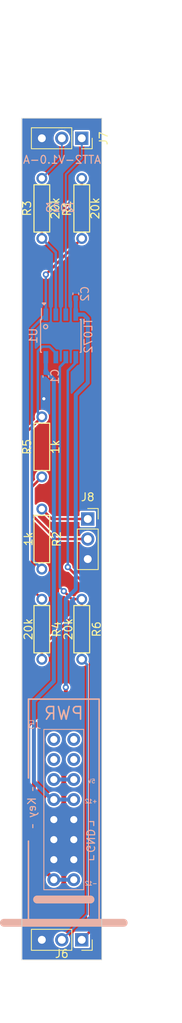
<source format=kicad_pcb>
(kicad_pcb (version 20221018) (generator pcbnew)
  (layers (0 "F.Cu" signal) (31 "B.Cu" signal) (34 "B.Paste" user) (35 "F.Paste" user) (36 "B.SilkS" user "B.Silkscreen") (37 "F.SilkS" user "F.Silkscreen") (38 "B.Mask" user) (39 "F.Mask" user) (44 "Edge.Cuts" user))
  (net 0 "")
  (net 1 "GND")
  (net 2 "+12V")
  (net 3 "-12V")
  (net 4 "Net-(U1A--)")
  (net 5 "Net-(R1-Pad2)")
  (net 6 "Net-(U1B--)")
  (net 7 "Net-(R4-Pad2)")
  (net 8 "+in_A")
  (net 9 "+in_B")
  (net 12 "+5V")
  (net 15 "Rin_B")
  (net 16 "Rin_A")
  (net 17 "Sig_out_A")
  (net 18 "Sig_out_B")
  (footprint "PCM_4ms_Resistor:R_Axial_DIN0207_L6.3mm_D2.5mm_P7.62mm_Horizontal" (layer "F.Cu") (at 114.3 105.41 90)
    (fp_text reference "R6" (at 0 1.89 90) (layer "F.SilkS") (effects (font (size 1.016 1.016) (thickness 0.1524))))
    (fp_text value "20k" (at 0 -1.71 90) (layer "F.SilkS") (effects (font (size 1.016 1.016) (thickness 0.1524))))
    (fp_line (start -3 -1) (end -3 1) (stroke (width 0.15)) (layer "F.SilkS"))
    (fp_line (start -3 1) (end 3 1) (stroke (width 0.15)) (layer "F.SilkS"))
    (fp_line (start 3 -1) (end -3 -1) (stroke (width 0.15)) (layer "F.SilkS"))
    (fp_line (start 3 1) (end 3 -1) (stroke (width 0.15)) (layer "F.SilkS"))
    (pad "1" thru_hole circle (at -3.81 0 90) (size 1.397 1.397) (drill 0.8128) (layers "*.Cu" "*.Mask") (net 15 "Rin_B"))
    (pad "2" thru_hole circle (at 3.81 0 90) (size 1.397 1.397) (drill 0.8128) (layers "*.Cu" "*.Mask") (net 6 "Net-(U1B--)"))
  )
  (footprint "PCM_4ms_Resistor:R_Axial_DIN0207_L6.3mm_D2.5mm_P7.62mm_Horizontal" (layer "F.Cu") (at 109.22 52.07 -90)
    (fp_text reference "R3" (at 0 1.89 90) (layer "F.SilkS") (effects (font (size 1.016 1.016) (thickness 0.1524))))
    (fp_text value "20k" (at 0 -1.71 90) (layer "F.SilkS") (effects (font (size 1.016 1.016) (thickness 0.1524))))
    (fp_line (start -3 -1) (end -3 1) (stroke (width 0.15)) (layer "F.SilkS"))
    (fp_line (start -3 1) (end 3 1) (stroke (width 0.15)) (layer "F.SilkS"))
    (fp_line (start 3 -1) (end -3 -1) (stroke (width 0.15)) (layer "F.SilkS"))
    (fp_line (start 3 1) (end 3 -1) (stroke (width 0.15)) (layer "F.SilkS"))
    (pad "1" thru_hole circle (at -3.81 0 270) (size 1.397 1.397) (drill 0.8128) (layers "*.Cu" "*.Mask") (net 16 "Rin_A"))
    (pad "2" thru_hole circle (at 3.81 0 270) (size 1.397 1.397) (drill 0.8128) (layers "*.Cu" "*.Mask") (net 4 "Net-(U1A--)"))
  )
  (footprint "Connector_PinSocket_2.54mm:PinSocket_1x03_P2.54mm_Vertical" (layer "F.Cu") (at 115.062 91.44)
    (fp_text reference "J8" (at 0 -2.77) (layer "F.SilkS"))
    (fp_text value "Conn_01x03")
    (fp_line (start -1.33 1.27) (end -1.33 6.41) (stroke (width 0.12)) (layer "F.SilkS"))
    (fp_line (start -1.33 1.27) (end 1.33 1.27) (stroke (width 0.12)) (layer "F.SilkS"))
    (fp_line (start -1.33 6.41) (end 1.33 6.41) (stroke (width 0.12)) (layer "F.SilkS"))
    (fp_line (start 0 -1.33) (end 1.33 -1.33) (stroke (width 0.12)) (layer "F.SilkS"))
    (fp_line (start 1.33 -1.33) (end 1.33 0) (stroke (width 0.12)) (layer "F.SilkS"))
    (fp_line (start 1.33 1.27) (end 1.33 6.41) (stroke (width 0.12)) (layer "F.SilkS"))
    (pad "1" thru_hole rect (at 0 0) (size 1.7 1.7) (drill 1) (layers "*.Cu" "*.Mask") (net 17 "Sig_out_A"))
    (pad "2" thru_hole oval (at 0 2.54) (size 1.7 1.7) (drill 1) (layers "*.Cu" "*.Mask") (net 18 "Sig_out_B"))
    (pad "3" thru_hole oval (at 0 5.08) (size 1.7 1.7) (drill 1) (layers "*.Cu" "*.Mask") (net 1 "GND"))
  )
  (footprint "Connector_PinSocket_2.54mm:PinSocket_1x03_P2.54mm_Vertical" (layer "F.Cu") (at 114.3 43.18 -90)
    (fp_text reference "J7" (at 0 -2.77 90) (layer "F.SilkS"))
    (fp_text value "Conn_01x03")
    (fp_line (start -1.33 1.27) (end -1.33 6.41) (stroke (width 0.12)) (layer "F.SilkS"))
    (fp_line (start -1.33 1.27) (end 1.33 1.27) (stroke (width 0.12)) (layer "F.SilkS"))
    (fp_line (start -1.33 6.41) (end 1.33 6.41) (stroke (width 0.12)) (layer "F.SilkS"))
    (fp_line (start 0 -1.33) (end 1.33 -1.33) (stroke (width 0.12)) (layer "F.SilkS"))
    (fp_line (start 1.33 -1.33) (end 1.33 0) (stroke (width 0.12)) (layer "F.SilkS"))
    (fp_line (start 1.33 1.27) (end 1.33 6.41) (stroke (width 0.12)) (layer "F.SilkS"))
    (pad "1" thru_hole rect (at 0 0 270) (size 1.7 1.7) (drill 1) (layers "*.Cu" "*.Mask") (net 8 "+in_A"))
    (pad "2" thru_hole oval (at 0 2.54 270) (size 1.7 1.7) (drill 1) (layers "*.Cu" "*.Mask") (net 16 "Rin_A"))
    (pad "3" thru_hole oval (at 0 5.08 270) (size 1.7 1.7) (drill 1) (layers "*.Cu" "*.Mask") (net 1 "GND"))
  )
  (footprint "Connector_PinSocket_2.54mm:PinSocket_1x03_P2.54mm_Vertical" (layer "F.Cu") (at 114.3 144.78 -90)
    (fp_text reference "J6" (at 1.778 2.54 -180) (layer "F.SilkS"))
    (fp_text value "Conn_01x03")
    (fp_line (start -1.33 1.27) (end -1.33 6.41) (stroke (width 0.12)) (layer "F.SilkS"))
    (fp_line (start -1.33 1.27) (end 1.33 1.27) (stroke (width 0.12)) (layer "F.SilkS"))
    (fp_line (start -1.33 6.41) (end 1.33 6.41) (stroke (width 0.12)) (layer "F.SilkS"))
    (fp_line (start 0 -1.33) (end 1.33 -1.33) (stroke (width 0.12)) (layer "F.SilkS"))
    (fp_line (start 1.33 -1.33) (end 1.33 0) (stroke (width 0.12)) (layer "F.SilkS"))
    (fp_line (start 1.33 1.27) (end 1.33 6.41) (stroke (width 0.12)) (layer "F.SilkS"))
    (pad "1" thru_hole rect (at 0 0 270) (size 1.7 1.7) (drill 1) (layers "*.Cu" "*.Mask") (net 9 "+in_B"))
    (pad "2" thru_hole oval (at 0 2.54 270) (size 1.7 1.7) (drill 1) (layers "*.Cu" "*.Mask") (net 15 "Rin_B"))
    (pad "3" thru_hole oval (at 0 5.08 270) (size 1.7 1.7) (drill 1) (layers "*.Cu" "*.Mask") (net 1 "GND"))
  )
  (footprint "PCM_4ms_Resistor:R_Axial_DIN0207_L6.3mm_D2.5mm_P7.62mm_Horizontal" (layer "F.Cu") (at 114.3 52.07 -90)
    (fp_text reference "R1" (at 0 1.89 -270) (layer "F.SilkS") (effects (font (size 1.016 1.016) (thickness 0.1524))))
    (fp_text value "20k" (at 0 -1.71 -270) (layer "F.SilkS") (effects (font (size 1.016 1.016) (thickness 0.1524))))
    (fp_line (start -3 -1) (end -3 1) (stroke (width 0.15)) (layer "F.SilkS"))
    (fp_line (start -3 1) (end 3 1) (stroke (width 0.15)) (layer "F.SilkS"))
    (fp_line (start 3 -1) (end -3 -1) (stroke (width 0.15)) (layer "F.SilkS"))
    (fp_line (start 3 1) (end 3 -1) (stroke (width 0.15)) (layer "F.SilkS"))
    (pad "1" thru_hole circle (at -3.81 0 270) (size 1.397 1.397) (drill 0.8128) (layers "*.Cu" "*.Mask") (net 4 "Net-(U1A--)"))
    (pad "2" thru_hole circle (at 3.81 0 270) (size 1.397 1.397) (drill 0.8128) (layers "*.Cu" "*.Mask") (net 5 "Net-(R1-Pad2)"))
  )
  (footprint "PCM_4ms_Resistor:R_Axial_DIN0207_L6.3mm_D2.5mm_P7.62mm_Horizontal" (layer "F.Cu") (at 109.22 93.98 90)
    (fp_text reference "R2" (at 0 1.89 90) (layer "F.SilkS") (effects (font (size 1.016 1.016) (thickness 0.1524))))
    (fp_text value "1k" (at 0 -1.71 90) (layer "F.SilkS") (effects (font (size 1.016 1.016) (thickness 0.1524))))
    (fp_line (start -3 -1) (end -3 1) (stroke (width 0.15)) (layer "F.SilkS"))
    (fp_line (start -3 1) (end 3 1) (stroke (width 0.15)) (layer "F.SilkS"))
    (fp_line (start 3 -1) (end -3 -1) (stroke (width 0.15)) (layer "F.SilkS"))
    (fp_line (start 3 1) (end 3 -1) (stroke (width 0.15)) (layer "F.SilkS"))
    (pad "1" thru_hole circle (at -3.81 0 90) (size 1.397 1.397) (drill 0.8128) (layers "*.Cu" "*.Mask") (net 5 "Net-(R1-Pad2)"))
    (pad "2" thru_hole circle (at 3.81 0 90) (size 1.397 1.397) (drill 0.8128) (layers "*.Cu" "*.Mask") (net 17 "Sig_out_A"))
  )
  (footprint "PCM_4ms_Resistor:R_Axial_DIN0207_L6.3mm_D2.5mm_P7.62mm_Horizontal" (layer "F.Cu") (at 109.22 105.41 90)
    (fp_text reference "R4" (at 0 1.89 90) (layer "F.SilkS") (effects (font (size 1.016 1.016) (thickness 0.1524))))
    (fp_text value "20k" (at 0 -1.71 90) (layer "F.SilkS") (effects (font (size 1.016 1.016) (thickness 0.1524))))
    (fp_line (start -3 -1) (end -3 1) (stroke (width 0.15)) (layer "F.SilkS"))
    (fp_line (start -3 1) (end 3 1) (stroke (width 0.15)) (layer "F.SilkS"))
    (fp_line (start 3 -1) (end -3 -1) (stroke (width 0.15)) (layer "F.SilkS"))
    (fp_line (start 3 1) (end 3 -1) (stroke (width 0.15)) (layer "F.SilkS"))
    (pad "1" thru_hole circle (at -3.81 0 90) (size 1.397 1.397) (drill 0.8128) (layers "*.Cu" "*.Mask") (net 6 "Net-(U1B--)"))
    (pad "2" thru_hole circle (at 3.81 0 90) (size 1.397 1.397) (drill 0.8128) (layers "*.Cu" "*.Mask") (net 7 "Net-(R4-Pad2)"))
  )
  (footprint "PCM_4ms_Resistor:R_Axial_DIN0207_L6.3mm_D2.5mm_P7.62mm_Horizontal" (layer "F.Cu") (at 109.22 82.296 -90)
    (fp_text reference "R5" (at 0 1.89 90) (layer "F.SilkS") (effects (font (size 1.016 1.016) (thickness 0.1524))))
    (fp_text value "1k" (at 0 -1.71 90) (layer "F.SilkS") (effects (font (size 1.016 1.016) (thickness 0.1524))))
    (fp_line (start -3 -1) (end -3 1) (stroke (width 0.15)) (layer "F.SilkS"))
    (fp_line (start -3 1) (end 3 1) (stroke (width 0.15)) (layer "F.SilkS"))
    (fp_line (start 3 -1) (end -3 -1) (stroke (width 0.15)) (layer "F.SilkS"))
    (fp_line (start 3 1) (end 3 -1) (stroke (width 0.15)) (layer "F.SilkS"))
    (pad "1" thru_hole circle (at -3.81 0 270) (size 1.397 1.397) (drill 0.8128) (layers "*.Cu" "*.Mask") (net 7 "Net-(R4-Pad2)"))
    (pad "2" thru_hole circle (at 3.81 0 270) (size 1.397 1.397) (drill 0.8128) (layers "*.Cu" "*.Mask") (net 18 "Sig_out_B"))
  )
  (footprint "PCM_4ms_Connector:Pins_2x08_2.54mm_TH_EuroPower_Shrouded" (layer "B.Cu") (at 112.014 128.27 180)
    (fp_text reference "J5" (at 2.794 10.16) (layer "B.SilkS") (effects (font (thickness 0.1016)) (justify left bottom mirror)))
    (fp_text value "PWR" (at 0 12.192) (layer "B.SilkS") (effects (font (size 1.6 1.6) (thickness 0.2)) (justify mirror)))
    (fp_text user "– Key –" (at 4.064 0.254 90) (layer "B.SilkS") (effects (justify mirror)))
    (fp_line (start -7.62 -14.351) (end 7.62 -14.351) (stroke (width 1)) (layer "B.SilkS"))
    (fp_line (start -4.5 -14) (end 4.5 -14) (stroke (width 0.2)) (layer "B.SilkS"))
    (fp_line (start -4.5 14) (end -4.5 -14) (stroke (width 0.2)) (layer "B.SilkS"))
    (fp_line (start -4.5 14) (end 4.5 14) (stroke (width 0.2)) (layer "B.SilkS"))
    (fp_line (start -3.4 -11.4) (end 3.4 -11.4) (stroke (width 1)) (layer "B.SilkS"))
    (fp_line (start -2.54 -7.62) (end -2.54 -10.16) (stroke (width 0.127)) (layer "B.SilkS"))
    (fp_line (start -2.54 -5.08) (end -2.54 -7.62) (stroke (width 0.127)) (layer "B.SilkS"))
    (fp_line (start -2.54 -2.54) (end -2.54 -5.08) (stroke (width 0.127)) (layer "B.SilkS"))
    (fp_line (start -2.54 0) (end -2.54 -2.54) (stroke (width 0.127)) (layer "B.SilkS"))
    (fp_line (start -2.54 2.54) (end -2.54 0) (stroke (width 0.127)) (layer "B.SilkS"))
    (fp_line (start -2.54 5.08) (end -2.54 2.54) (stroke (width 0.127)) (layer "B.SilkS"))
    (fp_line (start -2.54 7.62) (end -2.54 5.08) (stroke (width 0.127)) (layer "B.SilkS"))
    (fp_line (start -2.54 10.16) (end -2.54 7.62) (stroke (width 0.127)) (layer "B.SilkS"))
    (fp_line (start 0 -10.16) (end -2.54 -10.16) (stroke (width 0.127)) (layer "B.SilkS"))
    (fp_line (start 0 10.16) (end -2.54 10.16) (stroke (width 0.127)) (layer "B.SilkS"))
    (fp_line (start 2.54 -10.16) (end 0 -10.16) (stroke (width 0.127)) (layer "B.SilkS"))
    (fp_line (start 2.54 -10.16) (end 2.54 -7.62) (stroke (width 0.127)) (layer "B.SilkS"))
    (fp_line (start 2.54 -7.62) (end 2.54 -5.08) (stroke (width 0.127)) (layer "B.SilkS"))
    (fp_line (start 2.54 -5.08) (end 2.54 -2.54) (stroke (width 0.127)) (layer "B.SilkS"))
    (fp_line (start 2.54 -2.54) (end 2.54 0) (stroke (width 0.127)) (layer "B.SilkS"))
    (fp_line (start 2.54 0) (end 2.54 2.54) (stroke (width 0.127)) (layer "B.SilkS"))
    (fp_line (start 2.54 2.54) (end 2.54 5.08) (stroke (width 0.127)) (layer "B.SilkS"))
    (fp_line (start 2.54 5.08) (end 2.54 7.62) (stroke (width 0.127)) (layer "B.SilkS"))
    (fp_line (start 2.54 7.62) (end 2.54 10.16) (stroke (width 0.127)) (layer "B.SilkS"))
    (fp_line (start 2.54 10.16) (end 0 10.16) (stroke (width 0.127)) (layer "B.SilkS"))
    (fp_line (start 4.5 -4) (end 4.5 -14) (stroke (width 0.2)) (layer "B.SilkS"))
    (fp_line (start 4.5 14) (end 4.5 4) (stroke (width 0.2)) (layer "B.SilkS"))
    (pad "1" thru_hole circle (at -1.27 8.89 180) (size 1.651 1.651) (drill 0.9) (layers "*.Cu" "*.Mask"))
    (pad "2" thru_hole circle (at 1.27 8.89 180) (size 1.651 1.651) (drill 0.9) (layers "*.Cu" "*.Mask"))
    (pad "3" thru_hole circle (at -1.27 6.35 180) (size 1.651 1.651) (drill 0.9) (layers "*.Cu" "*.Mask"))
    (pad "4" thru_hole circle (at 1.27 6.35 180) (size 1.651 1.651) (drill 0.9) (layers "*.Cu" "*.Mask"))
    (pad "5" thru_hole circle (at -1.27 3.81 180) (size 1.651 1.651) (drill 0.9) (layers "*.Cu" "*.Mask") (net 12 "+5V"))
    (pad "6" thru_hole circle (at 1.27 3.81 180) (size 1.651 1.651) (drill 0.9) (layers "*.Cu" "*.Mask") (net 12 "+5V"))
    (pad "7" thru_hole circle (at -1.27 1.27 180) (size 1.651 1.651) (drill 0.9) (layers "*.Cu" "*.Mask") (net 2 "+12V"))
    (pad "8" thru_hole circle (at 1.27 1.27 180) (size 1.651 1.651) (drill 0.9) (layers "*.Cu" "*.Mask") (net 2 "+12V"))
    (pad "9" thru_hole circle (at -1.27 -1.27 180) (size 1.651 1.651) (drill 0.9) (layers "*.Cu" "*.Mask") (net 1 "GND"))
    (pad "10" thru_hole circle (at 1.27 -1.27 180) (size 1.651 1.651) (drill 0.9) (layers "*.Cu" "*.Mask") (net 1 "GND"))
    (pad "11" thru_hole circle (at -1.27 -3.81 180) (size 1.651 1.651) (drill 0.9) (layers "*.Cu" "*.Mask") (net 1 "GND"))
    (pad "12" thru_hole circle (at 1.27 -3.81 180) (size 1.651 1.651) (drill 0.9) (layers "*.Cu" "*.Mask") (net 1 "GND"))
    (pad "13" thru_hole circle (at -1.27 -6.35 180) (size 1.651 1.651) (drill 0.9) (layers "*.Cu" "*.Mask") (net 1 "GND"))
    (pad "14" thru_hole circle (at 1.27 -6.35 180) (size 1.651 1.651) (drill 0.9) (layers "*.Cu" "*.Mask") (net 1 "GND"))
    (pad "15" thru_hole circle (at -1.27 -8.89 180) (size 1.651 1.651) (drill 0.9) (layers "*.Cu" "*.Mask") (net 3 "-12V"))
    (pad "16" thru_hole circle (at 1.27 -8.89 180) (size 1.651 1.651) (drill 0.9) (layers "*.Cu" "*.Mask") (net 3 "-12V"))
  )
  (footprint "Capacitor_SMD:C_0402_1005Metric_Pad0.74x0.62mm_HandSolder" (layer "B.Cu") (at 113.538 62.898 90)
    (fp_text reference "C2" (at 0 1.16 90) (layer "B.SilkS") (effects (justify mirror)))
    (fp_text value "100nf")
    (fp_line (start -0.115835 -0.36) (end 0.115835 -0.36) (stroke (width 0.12)) (layer "B.SilkS"))
    (fp_line (start -0.115835 0.36) (end 0.115835 0.36) (stroke (width 0.12)) (layer "B.SilkS"))
    (pad "1" smd roundrect (at -0.5675 0 90) (size 0.735 0.62) (layers "B.Cu" "B.Paste" "B.Mask") (net 3 "-12V"))
    (pad "2" smd roundrect (at 0.5675 0 90) (size 0.735 0.62) (layers "B.Cu" "B.Paste" "B.Mask") (net 1 "GND"))
  )
  (footprint "PCM_4ms_Package_SOIC:SOIC-8_3.9x4.9mm_Pitch1.27mm" (layer "B.Cu") (at 111.633 68.232 -90)
    (fp_text reference "U1" (at 0 3.5 90) (layer "B.SilkS") (effects (justify mirror)))
    (fp_text value "TL072" (at 0 -3.5 90) (layer "B.SilkS") (effects (justify mirror)))
    (fp_line (start -4.1656 1.9304) (end -4.1656 2.3368) (stroke (width 0.15)) (layer "B.SilkS"))
    (fp_line (start -4.1656 2.3622) (end -3.937 2.1336) (stroke (width 0.15)) (layer "B.SilkS"))
    (fp_line (start -3.937 2.1336) (end -4.1656 1.9304) (stroke (width 0.15)) (layer "B.SilkS"))
    (fp_line (start -2.075 -2.575) (end -2.075 -2.46) (stroke (width 0.15)) (layer "B.SilkS"))
    (fp_line (start -2.075 -2.575) (end 2.075 -2.575) (stroke (width 0.15)) (layer "B.SilkS"))
    (fp_line (start -2.075 2.46) (end -3.475 2.46) (stroke (width 0.15)) (layer "B.SilkS"))
    (fp_line (start -2.075 2.575) (end -2.075 2.46) (stroke (width 0.15)) (layer "B.SilkS"))
    (fp_line (start -2.075 2.575) (end 2.075 2.575) (stroke (width 0.15)) (layer "B.SilkS"))
    (fp_line (start 2.075 -2.575) (end 2.075 -2.46) (stroke (width 0.15)) (layer "B.SilkS"))
    (fp_line (start 2.075 2.575) (end 2.075 2.46) (stroke (width 0.15)) (layer "B.SilkS"))
    (fp_circle (center -1.1684 1.9304) (end -0.9398 1.8034) (stroke (width 0.15)) (fill none) (layer "B.SilkS"))
    (pad "1" smd rect (at -2.7 1.905 270) (size 1.55 0.6) (layers "B.Cu" "B.Paste" "B.Mask") (net 5 "Net-(R1-Pad2)"))
    (pad "2" smd rect (at -2.7 0.635 270) (size 1.55 0.6) (layers "B.Cu" "B.Paste" "B.Mask") (net 4 "Net-(U1A--)"))
    (pad "3" smd rect (at -2.7 -0.635 270) (size 1.55 0.6) (layers "B.Cu" "B.Paste" "B.Mask") (net 8 "+in_A"))
    (pad "4" smd rect (at -2.7 -1.905 270) (size 1.55 0.6) (layers "B.Cu" "B.Paste" "B.Mask") (net 3 "-12V"))
    (pad "5" smd rect (at 2.7 -1.905 270) (size 1.55 0.6) (layers "B.Cu" "B.Paste" "B.Mask") (net 9 "+in_B"))
    (pad "6" smd rect (at 2.7 -0.635 270) (size 1.55 0.6) (layers "B.Cu" "B.Paste" "B.Mask") (net 6 "Net-(U1B--)"))
    (pad "7" smd rect (at 2.7 0.635 270) (size 1.55 0.6) (layers "B.Cu" "B.Paste" "B.Mask") (net 7 "Net-(R4-Pad2)"))
    (pad "8" smd rect (at 2.7 1.905 270) (size 1.55 0.6) (layers "B.Cu" "B.Paste" "B.Mask") (net 2 "+12V"))
  )
  (footprint "Capacitor_SMD:C_0402_1005Metric_Pad0.74x0.62mm_HandSolder" (layer "B.Cu") (at 109.728 73.3715 90)
    (fp_text reference "C1" (at 0 1.16 90) (layer "B.SilkS") (effects (justify mirror)))
    (fp_text value "100nf")
    (fp_line (start -0.115835 -0.36) (end 0.115835 -0.36) (stroke (width 0.12)) (layer "B.SilkS"))
    (fp_line (start -0.115835 0.36) (end 0.115835 0.36) (stroke (width 0.12)) (layer "B.SilkS"))
    (pad "1" smd roundrect (at -0.5675 0 90) (size 0.735 0.62) (layers "B.Cu" "B.Paste" "B.Mask") (net 1 "GND"))
    (pad "2" smd roundrect (at 0.5675 0 90) (size 0.735 0.62) (layers "B.Cu" "B.Paste" "B.Mask") (net 2 "+12V"))
  )
  (gr_line (start 115.824 134.62) (end 115.316 134.62) (stroke (width 0.15)) (layer "B.SilkS"))
  (gr_line (start 115.824 134.112) (end 115.824 134.62) (stroke (width 0.15)) (layer "B.SilkS"))
  (gr_line (start 115.824 129.794) (end 115.316 129.794) (stroke (width 0.15)) (layer "B.SilkS"))
  (gr_line (start 115.824 130.302) (end 115.824 129.794) (stroke (width 0.15)) (layer "B.SilkS"))
  (gr_rect (start 106.68 40.64) (end 116.84 147.32) (stroke (width 0.1)) (fill none) (layer "Edge.Cuts"))
  (gr_text "+12" (at 116.332 127.508) (layer "B.SilkS") (effects (font (size 0.5 0.5) (thickness 0.1) bold) (justify left bottom mirror)))
  (gr_text "GND" (at 114.808 133.858 -90) (layer "B.SilkS") (effects (font (size 1 1)) (justify left bottom mirror)))
  (gr_text "ATT2-V1.0-A" (at 116.84 46.482) (layer "B.SilkS") (effects (font (size 1 1)) (justify left bottom mirror)))
  (gr_text "5V" (at 116.078 124.968) (layer "B.SilkS") (effects (font (size 0.5 0.5) (thickness 0.1) bold) (justify left bottom mirror)))
  (gr_text "2023" (at 113.538 52.578) (layer "B.SilkS") (effects (font (size 1 1)) (justify left bottom mirror)))
  (gr_text "-12" (at 116.332 137.922) (layer "B.SilkS") (effects (font (size 0.5 0.5) (thickness 0.1) bold) (justify left bottom mirror)))
  (via (at 109.474 76.2) (size 0.8) (drill 0.4) (layers "F.Cu" "B.Cu") (net 1))
  (segment (start 108.204 124.714) (end 110.49 127) (width 0.508) (layer "B.Cu") (net 2))
  (segment (start 109.855 72.837244) (end 110.744 73.726244) (width 0.508) (layer "B.Cu") (net 2))
  (segment (start 110.744 73.726244) (end 110.744 112.014) (width 0.508) (layer "B.Cu") (net 2))
  (segment (start 110.744 112.014) (end 108.204 114.554) (width 0.508) (layer "B.Cu") (net 2))
  (segment (start 109.728 72.837244) (end 109.855 72.837244) (width 0.508) (layer "B.Cu") (net 2))
  (segment (start 110.49 127) (end 113.284 127) (width 0.508) (layer "B.Cu") (net 2))
  (segment (start 109.728 70.932) (end 109.728 72.837244) (width 0.508) (layer "B.Cu") (net 2))
  (segment (start 108.204 114.554) (end 108.204 124.714) (width 0.508) (layer "B.Cu") (net 2))
  (segment (start 108.204 117.856) (end 108.204 134.62) (width 0.508) (layer "F.Cu") (net 3))
  (segment (start 112.268 112.776) (end 112.268 113.792) (width 0.508) (layer "F.Cu") (net 3))
  (segment (start 112.268 113.792) (end 108.204 117.856) (width 0.508) (layer "F.Cu") (net 3))
  (segment (start 108.204 134.62) (end 110.744 137.16) (width 0.508) (layer "F.Cu") (net 3))
  (via (at 112.268 112.776) (size 0.8) (drill 0.4) (layers "F.Cu" "B.Cu") (net 3))
  (segment (start 112.268 112.522) (end 112.268 112.776) (width 0.508) (layer "B.Cu") (net 3))
  (segment (start 115.062 66.04) (end 114.554 65.532) (width 0.508) (layer "B.Cu") (net 3))
  (segment (start 115.062 74.168) (end 115.062 66.04) (width 0.508) (layer "B.Cu") (net 3))
  (segment (start 112.268 112.776) (end 112.268 101.6) (width 0.508) (layer "B.Cu") (net 3))
  (segment (start 113.538 75.692) (end 115.062 74.168) (width 0.508) (layer "B.Cu") (net 3))
  (segment (start 113.538 100.33) (end 113.538 75.692) (width 0.508) (layer "B.Cu") (net 3))
  (segment (start 113.538 63.4655) (end 113.538 65.532) (width 0.508) (layer "B.Cu") (net 3))
  (segment (start 110.744 137.16) (end 113.284 137.16) (width 0.508) (layer "B.Cu") (net 3))
  (segment (start 112.268 101.6) (end 113.538 100.33) (width 0.508) (layer "B.Cu") (net 3))
  (segment (start 114.554 65.532) (end 113.538 65.532) (width 0.508) (layer "B.Cu") (net 3))
  (segment (start 109.22 54.864) (end 114.3 49.784) (width 0.3175) (layer "F.Cu") (net 4))
  (segment (start 114.3 49.784) (end 114.3 48.26) (width 0.3175) (layer "F.Cu") (net 4))
  (segment (start 109.22 55.88) (end 109.22 54.864) (width 0.3175) (layer "F.Cu") (net 4))
  (segment (start 110.998 65.532) (end 110.998 57.658) (width 0.3175) (layer "B.Cu") (net 4))
  (segment (start 110.998 57.658) (end 109.22 55.88) (width 0.3175) (layer "B.Cu") (net 4))
  (segment (start 109.728 60.452) (end 114.3 55.88) (width 0.3175) (layer "F.Cu") (net 5))
  (via (at 109.728 60.452) (size 0.8) (drill 0.4) (layers "F.Cu" "B.Cu") (net 5))
  (segment (start 107.95 96.52) (end 109.22 97.79) (width 0.3175) (layer "B.Cu") (net 5))
  (segment (start 109.728 65.532) (end 107.95 67.31) (width 0.3175) (layer "B.Cu") (net 5))
  (segment (start 107.95 67.31) (end 107.95 96.52) (width 0.3175) (layer "B.Cu") (net 5))
  (segment (start 109.728 60.452) (end 109.728 65.532) (width 0.3175) (layer "B.Cu") (net 5))
  (segment (start 109.22 107.696) (end 109.22 109.22) (width 0.3175) (layer "F.Cu") (net 6))
  (segment (start 114.3 101.6) (end 114.3 102.616) (width 0.3175) (layer "F.Cu") (net 6))
  (segment (start 114.3 102.616) (end 109.22 107.696) (width 0.3175) (layer "F.Cu") (net 6))
  (segment (start 114.3 101.6) (end 113.03 101.6) (width 0.3175) (layer "F.Cu") (net 6))
  (segment (start 113.03 101.6) (end 112.014 100.584) (width 0.3175) (layer "F.Cu") (net 6))
  (via (at 112.014 100.584) (size 0.8) (drill 0.4) (layers "F.Cu" "B.Cu") (net 6))
  (segment (start 111.506 72.169) (end 111.506 100.076) (width 0.3175) (layer "B.Cu") (net 6))
  (segment (start 111.506 100.076) (end 112.014 100.584) (width 0.3175) (layer "B.Cu") (net 6))
  (segment (start 112.268 71.407) (end 111.506 72.169) (width 0.3175) (layer "B.Cu") (net 6))
  (segment (start 112.268 70.932) (end 112.268 71.407) (width 0.3175) (layer "B.Cu") (net 6))
  (segment (start 107.4325 99.8125) (end 107.4325 80.2735) (width 0.3175) (layer "F.Cu") (net 7))
  (segment (start 109.22 101.6) (end 107.4325 99.8125) (width 0.3175) (layer "F.Cu") (net 7))
  (segment (start 107.4325 80.2735) (end 109.22 78.486) (width 0.3175) (layer "F.Cu") (net 7))
  (segment (start 108.712 77.978) (end 109.22 78.486) (width 0.3175) (layer "B.Cu") (net 7))
  (segment (start 108.712 70.1555) (end 108.712 77.978) (width 0.3175) (layer "B.Cu") (net 7))
  (segment (start 109.2715 69.596) (end 108.712 70.1555) (width 0.3175) (layer "B.Cu") (net 7))
  (segment (start 110.998 70.932) (end 110.998 70.4095) (width 0.3175) (layer "B.Cu") (net 7))
  (segment (start 110.1845 69.596) (end 109.2715 69.596) (width 0.3175) (layer "B.Cu") (net 7))
  (segment (start 110.998 70.4095) (end 110.1845 69.596) (width 0.3175) (layer "B.Cu") (net 7))
  (segment (start 112.268 47.752) (end 112.268 65.532) (width 0.25) (layer "B.Cu") (net 8))
  (segment (start 114.3 45.72) (end 112.268 47.752) (width 0.25) (layer "B.Cu") (net 8))
  (segment (start 114.3 43.18) (end 114.3 45.72) (width 0.25) (layer "B.Cu") (net 8))
  (segment (start 112.522 97.536) (end 115.35725 100.37125) (width 0.3175) (layer "F.Cu") (net 9))
  (segment (start 115.35725 100.37125) (end 115.35725 143.72275) (width 0.3175) (layer "F.Cu") (net 9))
  (segment (start 115.35725 143.72275) (end 114.3 144.78) (width 0.3175) (layer "F.Cu") (net 9))
  (via (at 112.522 97.536) (size 0.8) (drill 0.4) (layers "F.Cu" "B.Cu") (net 9))
  (segment (start 112.522 97.536) (end 112.522 72.644) (width 0.3175) (layer "B.Cu") (net 9))
  (segment (start 114.3 144.78) (end 114.9985 144.0815) (width 0.3175) (layer "B.Cu") (net 9))
  (segment (start 113.538 71.628) (end 113.538 70.932) (width 0.3175) (layer "B.Cu") (net 9))
  (segment (start 112.522 72.644) (end 113.538 71.628) (width 0.3175) (layer "B.Cu") (net 9))
  (segment (start 110.744 124.46) (end 113.284 124.46) (width 0.508) (layer "B.Cu") (net 12))
  (segment (start 114.9985 141.5415) (end 114.9985 109.9185) (width 0.25) (layer "B.Cu") (net 15))
  (segment (start 111.76 144.78) (end 114.9985 141.5415) (width 0.25) (layer "B.Cu") (net 15))
  (segment (start 114.9985 109.9185) (end 114.3 109.22) (width 0.3175) (layer "B.Cu") (net 15))
  (segment (start 111.76 43.18) (end 111.76 45.72) (width 0.25) (layer "B.Cu") (net 16))
  (segment (start 111.76 45.72) (end 109.22 48.26) (width 0.25) (layer "B.Cu") (net 16))
  (segment (start 110.49 91.44) (end 109.22 90.17) (width 0.3175) (layer "F.Cu") (net 17))
  (segment (start 115.062 91.44) (end 110.49 91.44) (width 0.3175) (layer "F.Cu") (net 17))
  (segment (start 109.22 86.106) (end 107.95 87.376) (width 0.3175) (layer "F.Cu") (net 18))
  (segment (start 110.998 93.98) (end 115.062 93.98) (width 0.3175) (layer "F.Cu") (net 18))
  (segment (start 107.95 87.376) (end 107.95 90.932) (width 0.3175) (layer "F.Cu") (net 18))
  (segment (start 107.95 90.932) (end 110.998 93.98) (width 0.3175) (layer "F.Cu") (net 18))
  (zone (net 1) (net_name "GND") (layers "F&B.Cu") (connect_pads yes (clearance 0.127)) (min_thickness 0.254) (fill yes (thermal_gap 0.5) (thermal_bridge_width 0.5))
    (polygon (pts (xy 116.84 147.32) (xy 106.68 147.32) (xy 106.68 40.64) (xy 116.84 40.64)))
  )
)
</source>
